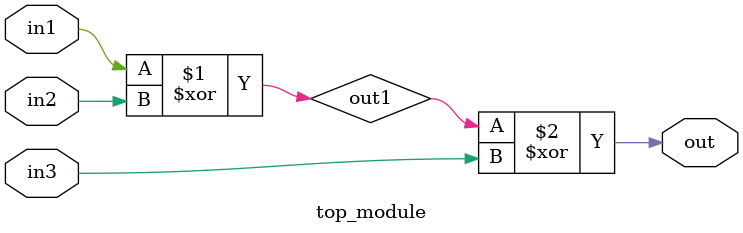
<source format=sv>
module top_module (
  input in1,
  input in2,
  input in3,
  output logic out
);
  // XNOR gate implementation
  assign out1 = in1 ^ in2;
  
  // XOR gate implementation
  assign out = out1 ^ in3;
endmodule

</source>
